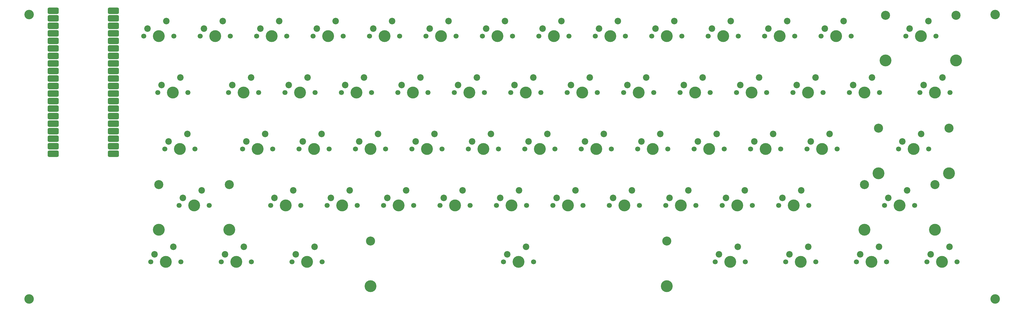
<source format=gbr>
%TF.GenerationSoftware,KiCad,Pcbnew,8.0.7*%
%TF.CreationDate,2024-12-25T15:12:27+08:00*%
%TF.ProjectId,keyboard,6b657962-6f61-4726-942e-6b696361645f,rev?*%
%TF.SameCoordinates,Original*%
%TF.FileFunction,Soldermask,Top*%
%TF.FilePolarity,Negative*%
%FSLAX46Y46*%
G04 Gerber Fmt 4.6, Leading zero omitted, Abs format (unit mm)*
G04 Created by KiCad (PCBNEW 8.0.7) date 2024-12-25 15:12:27*
%MOMM*%
%LPD*%
G01*
G04 APERTURE LIST*
G04 Aperture macros list*
%AMRoundRect*
0 Rectangle with rounded corners*
0 $1 Rounding radius*
0 $2 $3 $4 $5 $6 $7 $8 $9 X,Y pos of 4 corners*
0 Add a 4 corners polygon primitive as box body*
4,1,4,$2,$3,$4,$5,$6,$7,$8,$9,$2,$3,0*
0 Add four circle primitives for the rounded corners*
1,1,$1+$1,$2,$3*
1,1,$1+$1,$4,$5*
1,1,$1+$1,$6,$7*
1,1,$1+$1,$8,$9*
0 Add four rect primitives between the rounded corners*
20,1,$1+$1,$2,$3,$4,$5,0*
20,1,$1+$1,$4,$5,$6,$7,0*
20,1,$1+$1,$6,$7,$8,$9,0*
20,1,$1+$1,$8,$9,$2,$3,0*%
G04 Aperture macros list end*
%ADD10C,1.700000*%
%ADD11C,4.000000*%
%ADD12C,2.200000*%
%ADD13C,3.200000*%
%ADD14RoundRect,0.550000X-1.350000X-0.550000X1.350000X-0.550000X1.350000X0.550000X-1.350000X0.550000X0*%
%ADD15C,3.050000*%
G04 APERTURE END LIST*
D10*
%TO.C,SW28*%
X345630500Y-69342000D03*
D11*
X350710500Y-69342000D03*
D10*
X355790500Y-69342000D03*
D12*
X353250500Y-64262000D03*
X346900500Y-66802000D03*
%TD*%
D10*
%TO.C,SW49*%
X240855500Y-107442000D03*
D11*
X245935500Y-107442000D03*
D10*
X251015500Y-107442000D03*
D12*
X248475500Y-102362000D03*
X242125500Y-104902000D03*
%TD*%
D10*
%TO.C,SW20*%
X188468000Y-69342000D03*
D11*
X193548000Y-69342000D03*
D10*
X198628000Y-69342000D03*
D12*
X196088000Y-64262000D03*
X189738000Y-66802000D03*
%TD*%
D10*
%TO.C,SW59*%
X300386750Y-126492000D03*
D11*
X305466750Y-126492000D03*
D10*
X310546750Y-126492000D03*
D12*
X308006750Y-121412000D03*
X301656750Y-123952000D03*
%TD*%
D10*
%TO.C,SW1*%
X83693000Y-50292000D03*
D11*
X88773000Y-50292000D03*
D10*
X93853000Y-50292000D03*
D12*
X91313000Y-45212000D03*
X84963000Y-47752000D03*
%TD*%
D10*
%TO.C,SW21*%
X207518000Y-69342000D03*
D11*
X212598000Y-69342000D03*
D10*
X217678000Y-69342000D03*
D12*
X215138000Y-64262000D03*
X208788000Y-66802000D03*
%TD*%
D13*
%TO.C,H2*%
X371000000Y-43000000D03*
%TD*%
D14*
%TO.C,U1*%
X53118000Y-41727000D03*
X53118000Y-44267000D03*
X53118000Y-46807000D03*
X53118000Y-49347000D03*
X53118000Y-51887000D03*
X53118000Y-54427000D03*
X53118000Y-56967000D03*
X53118000Y-59507000D03*
X53118000Y-62047000D03*
X53118000Y-64587000D03*
X53118000Y-67127000D03*
X53118000Y-69667000D03*
X53118000Y-72207000D03*
X53118000Y-74747000D03*
X53118000Y-77287000D03*
X53118000Y-79827000D03*
X53118000Y-82367000D03*
X53118000Y-84907000D03*
X53118000Y-87447000D03*
X53118000Y-89987000D03*
X73438000Y-89987000D03*
X73438000Y-87447000D03*
X73438000Y-84907000D03*
X73438000Y-82367000D03*
X73438000Y-79827000D03*
X73438000Y-77287000D03*
X73438000Y-74747000D03*
X73438000Y-72207000D03*
X73438000Y-69667000D03*
X73438000Y-67127000D03*
X73438000Y-64587000D03*
X73438000Y-62047000D03*
X73438000Y-59507000D03*
X73438000Y-56967000D03*
X73438000Y-54427000D03*
X73438000Y-51887000D03*
X73438000Y-49347000D03*
X73438000Y-46807000D03*
X73438000Y-44267000D03*
X73438000Y-41727000D03*
%TD*%
D10*
%TO.C,SW45*%
X164655500Y-107442000D03*
D11*
X169735500Y-107442000D03*
D10*
X174815500Y-107442000D03*
D12*
X172275500Y-102362000D03*
X165925500Y-104902000D03*
%TD*%
D10*
%TO.C,SW6*%
X178943000Y-50292000D03*
D11*
X184023000Y-50292000D03*
D10*
X189103000Y-50292000D03*
D12*
X186563000Y-45212000D03*
X180213000Y-47752000D03*
%TD*%
D15*
%TO.C,SW42*%
X88779250Y-100442000D03*
D11*
X88779250Y-115682000D03*
D10*
X95599250Y-107442000D03*
D11*
X100679250Y-107442000D03*
D10*
X105759250Y-107442000D03*
D15*
X112579250Y-100442000D03*
D11*
X112579250Y-115682000D03*
D12*
X103219250Y-102362000D03*
X96869250Y-104902000D03*
%TD*%
D10*
%TO.C,SW15*%
X88455500Y-69342000D03*
D11*
X93535500Y-69342000D03*
D10*
X98615500Y-69342000D03*
D12*
X96075500Y-64262000D03*
X89725500Y-66802000D03*
%TD*%
D10*
%TO.C,SW24*%
X264668000Y-69342000D03*
D11*
X269748000Y-69342000D03*
D10*
X274828000Y-69342000D03*
D12*
X272288000Y-64262000D03*
X265938000Y-66802000D03*
%TD*%
D10*
%TO.C,SW50*%
X259905500Y-107442000D03*
D11*
X264985500Y-107442000D03*
D10*
X270065500Y-107442000D03*
D12*
X267525500Y-102362000D03*
X261175500Y-104902000D03*
%TD*%
D15*
%TO.C,SW41*%
X331666750Y-81392000D03*
D11*
X331666750Y-96632000D03*
D10*
X338486750Y-88392000D03*
D11*
X343566750Y-88392000D03*
D10*
X348646750Y-88392000D03*
D15*
X355466750Y-81392000D03*
D11*
X355466750Y-96632000D03*
D12*
X346106750Y-83312000D03*
X339756750Y-85852000D03*
%TD*%
D10*
%TO.C,SW11*%
X274193000Y-50292000D03*
D11*
X279273000Y-50292000D03*
D10*
X284353000Y-50292000D03*
D12*
X281813000Y-45212000D03*
X275463000Y-47752000D03*
%TD*%
D10*
%TO.C,SW3*%
X121793000Y-50292000D03*
D11*
X126873000Y-50292000D03*
D10*
X131953000Y-50292000D03*
D12*
X129413000Y-45212000D03*
X123063000Y-47752000D03*
%TD*%
D15*
%TO.C,SW53*%
X326904250Y-100442000D03*
D11*
X326904250Y-115682000D03*
D10*
X333724250Y-107442000D03*
D11*
X338804250Y-107442000D03*
D10*
X343884250Y-107442000D03*
D15*
X350704250Y-100442000D03*
D11*
X350704250Y-115682000D03*
D12*
X341344250Y-102362000D03*
X334994250Y-104902000D03*
%TD*%
D10*
%TO.C,SW2*%
X102743000Y-50292000D03*
D11*
X107823000Y-50292000D03*
D10*
X112903000Y-50292000D03*
D12*
X110363000Y-45212000D03*
X104013000Y-47752000D03*
%TD*%
D13*
%TO.C,H1*%
X45000000Y-43000000D03*
%TD*%
D10*
%TO.C,SW38*%
X269430500Y-88392000D03*
D11*
X274510500Y-88392000D03*
D10*
X279590500Y-88392000D03*
D12*
X277050500Y-83312000D03*
X270700500Y-85852000D03*
%TD*%
D10*
%TO.C,SW26*%
X302768000Y-69342000D03*
D11*
X307848000Y-69342000D03*
D10*
X312928000Y-69342000D03*
D12*
X310388000Y-64262000D03*
X304038000Y-66802000D03*
%TD*%
D10*
%TO.C,SW10*%
X255143000Y-50292000D03*
D11*
X260223000Y-50292000D03*
D10*
X265303000Y-50292000D03*
D12*
X262763000Y-45212000D03*
X256413000Y-47752000D03*
%TD*%
D10*
%TO.C,SW30*%
X117030500Y-88392000D03*
D11*
X122110500Y-88392000D03*
D10*
X127190500Y-88392000D03*
D12*
X124650500Y-83312000D03*
X118300500Y-85852000D03*
%TD*%
D10*
%TO.C,SW43*%
X126555500Y-107442000D03*
D11*
X131635500Y-107442000D03*
D10*
X136715500Y-107442000D03*
D12*
X134175500Y-102362000D03*
X127825500Y-104902000D03*
%TD*%
D10*
%TO.C,SW60*%
X324199250Y-126492000D03*
D11*
X329279250Y-126492000D03*
D10*
X334359250Y-126492000D03*
D12*
X331819250Y-121412000D03*
X325469250Y-123952000D03*
%TD*%
D10*
%TO.C,SW32*%
X155130500Y-88392000D03*
D11*
X160210500Y-88392000D03*
D10*
X165290500Y-88392000D03*
D12*
X162750500Y-83312000D03*
X156400500Y-85852000D03*
%TD*%
D10*
%TO.C,SW33*%
X174180500Y-88392000D03*
D11*
X179260500Y-88392000D03*
D10*
X184340500Y-88392000D03*
D12*
X181800500Y-83312000D03*
X175450500Y-85852000D03*
%TD*%
D10*
%TO.C,SW22*%
X226568000Y-69342000D03*
D11*
X231648000Y-69342000D03*
D10*
X236728000Y-69342000D03*
D12*
X234188000Y-64262000D03*
X227838000Y-66802000D03*
%TD*%
D10*
%TO.C,SW27*%
X321818000Y-69342000D03*
D11*
X326898000Y-69342000D03*
D10*
X331978000Y-69342000D03*
D12*
X329438000Y-64262000D03*
X323088000Y-66802000D03*
%TD*%
D10*
%TO.C,SW56*%
X133699250Y-126492000D03*
D11*
X138779250Y-126492000D03*
D10*
X143859250Y-126492000D03*
D12*
X141319250Y-121412000D03*
X134969250Y-123952000D03*
%TD*%
D10*
%TO.C,SW5*%
X159893000Y-50292000D03*
D11*
X164973000Y-50292000D03*
D10*
X170053000Y-50292000D03*
D12*
X167513000Y-45212000D03*
X161163000Y-47752000D03*
%TD*%
D10*
%TO.C,SW58*%
X276574250Y-126492000D03*
D11*
X281654250Y-126492000D03*
D10*
X286734250Y-126492000D03*
D12*
X284194250Y-121412000D03*
X277844250Y-123952000D03*
%TD*%
D10*
%TO.C,SW19*%
X169418000Y-69342000D03*
D11*
X174498000Y-69342000D03*
D10*
X179578000Y-69342000D03*
D12*
X177038000Y-64262000D03*
X170688000Y-66802000D03*
%TD*%
D13*
%TO.C,H3*%
X371000000Y-139000000D03*
%TD*%
D10*
%TO.C,SW36*%
X231330500Y-88392000D03*
D11*
X236410500Y-88392000D03*
D10*
X241490500Y-88392000D03*
D12*
X238950500Y-83312000D03*
X232600500Y-85852000D03*
%TD*%
D10*
%TO.C,SW40*%
X307530500Y-88392000D03*
D11*
X312610500Y-88392000D03*
D10*
X317690500Y-88392000D03*
D12*
X315150500Y-83312000D03*
X308800500Y-85852000D03*
%TD*%
D10*
%TO.C,SW29*%
X90836750Y-88392000D03*
D11*
X95916750Y-88392000D03*
D10*
X100996750Y-88392000D03*
D12*
X98456750Y-83312000D03*
X92106750Y-85852000D03*
%TD*%
D10*
%TO.C,SW4*%
X140843000Y-50292000D03*
D11*
X145923000Y-50292000D03*
D10*
X151003000Y-50292000D03*
D12*
X148463000Y-45212000D03*
X142113000Y-47752000D03*
%TD*%
D10*
%TO.C,SW46*%
X183705500Y-107442000D03*
D11*
X188785500Y-107442000D03*
D10*
X193865500Y-107442000D03*
D12*
X191325500Y-102362000D03*
X184975500Y-104902000D03*
%TD*%
D10*
%TO.C,SW51*%
X278955500Y-107442000D03*
D11*
X284035500Y-107442000D03*
D10*
X289115500Y-107442000D03*
D12*
X286575500Y-102362000D03*
X280225500Y-104902000D03*
%TD*%
D10*
%TO.C,SW54*%
X86074250Y-126492000D03*
D11*
X91154250Y-126492000D03*
D10*
X96234250Y-126492000D03*
D12*
X93694250Y-121412000D03*
X87344250Y-123952000D03*
%TD*%
D10*
%TO.C,SW8*%
X217043000Y-50292000D03*
D11*
X222123000Y-50292000D03*
D10*
X227203000Y-50292000D03*
D12*
X224663000Y-45212000D03*
X218313000Y-47752000D03*
%TD*%
D10*
%TO.C,SW25*%
X283718000Y-69342000D03*
D11*
X288798000Y-69342000D03*
D10*
X293878000Y-69342000D03*
D12*
X291338000Y-64262000D03*
X284988000Y-66802000D03*
%TD*%
D10*
%TO.C,SW16*%
X112268000Y-69342000D03*
D11*
X117348000Y-69342000D03*
D10*
X122428000Y-69342000D03*
D12*
X119888000Y-64262000D03*
X113538000Y-66802000D03*
%TD*%
D15*
%TO.C,SW57*%
X160216750Y-119492000D03*
D11*
X160216750Y-134732000D03*
D10*
X205136750Y-126492000D03*
D11*
X210216750Y-126492000D03*
D10*
X215296750Y-126492000D03*
D15*
X260216750Y-119492000D03*
D11*
X260216750Y-134732000D03*
D12*
X212756750Y-121412000D03*
X206406750Y-123952000D03*
%TD*%
D10*
%TO.C,SW47*%
X202755500Y-107442000D03*
D11*
X207835500Y-107442000D03*
D10*
X212915500Y-107442000D03*
D12*
X210375500Y-102362000D03*
X204025500Y-104902000D03*
%TD*%
D13*
%TO.C,H4*%
X45000000Y-139000000D03*
%TD*%
D10*
%TO.C,SW9*%
X236093000Y-50292000D03*
D11*
X241173000Y-50292000D03*
D10*
X246253000Y-50292000D03*
D12*
X243713000Y-45212000D03*
X237363000Y-47752000D03*
%TD*%
D10*
%TO.C,SW44*%
X145605500Y-107442000D03*
D11*
X150685500Y-107442000D03*
D10*
X155765500Y-107442000D03*
D12*
X153225500Y-102362000D03*
X146875500Y-104902000D03*
%TD*%
D10*
%TO.C,SW7*%
X197993000Y-50292000D03*
D11*
X203073000Y-50292000D03*
D10*
X208153000Y-50292000D03*
D12*
X205613000Y-45212000D03*
X199263000Y-47752000D03*
%TD*%
D10*
%TO.C,SW31*%
X136080500Y-88392000D03*
D11*
X141160500Y-88392000D03*
D10*
X146240500Y-88392000D03*
D12*
X143700500Y-83312000D03*
X137350500Y-85852000D03*
%TD*%
D10*
%TO.C,SW55*%
X109886750Y-126492000D03*
D11*
X114966750Y-126492000D03*
D10*
X120046750Y-126492000D03*
D12*
X117506750Y-121412000D03*
X111156750Y-123952000D03*
%TD*%
D10*
%TO.C,SW61*%
X348011750Y-126492000D03*
D11*
X353091750Y-126492000D03*
D10*
X358171750Y-126492000D03*
D12*
X355631750Y-121412000D03*
X349281750Y-123952000D03*
%TD*%
D10*
%TO.C,SW13*%
X312293000Y-50292000D03*
D11*
X317373000Y-50292000D03*
D10*
X322453000Y-50292000D03*
D12*
X319913000Y-45212000D03*
X313563000Y-47752000D03*
%TD*%
D10*
%TO.C,SW12*%
X293243000Y-50292000D03*
D11*
X298323000Y-50292000D03*
D10*
X303403000Y-50292000D03*
D12*
X300863000Y-45212000D03*
X294513000Y-47752000D03*
%TD*%
D10*
%TO.C,SW48*%
X221805500Y-107442000D03*
D11*
X226885500Y-107442000D03*
D10*
X231965500Y-107442000D03*
D12*
X229425500Y-102362000D03*
X223075500Y-104902000D03*
%TD*%
D10*
%TO.C,SW17*%
X131318000Y-69342000D03*
D11*
X136398000Y-69342000D03*
D10*
X141478000Y-69342000D03*
D12*
X138938000Y-64262000D03*
X132588000Y-66802000D03*
%TD*%
D10*
%TO.C,SW23*%
X245618000Y-69342000D03*
D11*
X250698000Y-69342000D03*
D10*
X255778000Y-69342000D03*
D12*
X253238000Y-64262000D03*
X246888000Y-66802000D03*
%TD*%
D10*
%TO.C,SW35*%
X212280500Y-88392000D03*
D11*
X217360500Y-88392000D03*
D10*
X222440500Y-88392000D03*
D12*
X219900500Y-83312000D03*
X213550500Y-85852000D03*
%TD*%
D10*
%TO.C,SW34*%
X193230500Y-88392000D03*
D11*
X198310500Y-88392000D03*
D10*
X203390500Y-88392000D03*
D12*
X200850500Y-83312000D03*
X194500500Y-85852000D03*
%TD*%
D10*
%TO.C,SW52*%
X298005500Y-107442000D03*
D11*
X303085500Y-107442000D03*
D10*
X308165500Y-107442000D03*
D12*
X305625500Y-102362000D03*
X299275500Y-104902000D03*
%TD*%
D10*
%TO.C,SW18*%
X150368000Y-69342000D03*
D11*
X155448000Y-69342000D03*
D10*
X160528000Y-69342000D03*
D12*
X157988000Y-64262000D03*
X151638000Y-66802000D03*
%TD*%
D15*
%TO.C,SW14*%
X334048000Y-43292000D03*
D11*
X334048000Y-58532000D03*
D10*
X340868000Y-50292000D03*
D11*
X345948000Y-50292000D03*
D10*
X351028000Y-50292000D03*
D15*
X357848000Y-43292000D03*
D11*
X357848000Y-58532000D03*
D12*
X348488000Y-45212000D03*
X342138000Y-47752000D03*
%TD*%
D10*
%TO.C,SW37*%
X250380500Y-88392000D03*
D11*
X255460500Y-88392000D03*
D10*
X260540500Y-88392000D03*
D12*
X258000500Y-83312000D03*
X251650500Y-85852000D03*
%TD*%
D10*
%TO.C,SW39*%
X288480500Y-88392000D03*
D11*
X293560500Y-88392000D03*
D10*
X298640500Y-88392000D03*
D12*
X296100500Y-83312000D03*
X289750500Y-85852000D03*
%TD*%
M02*

</source>
